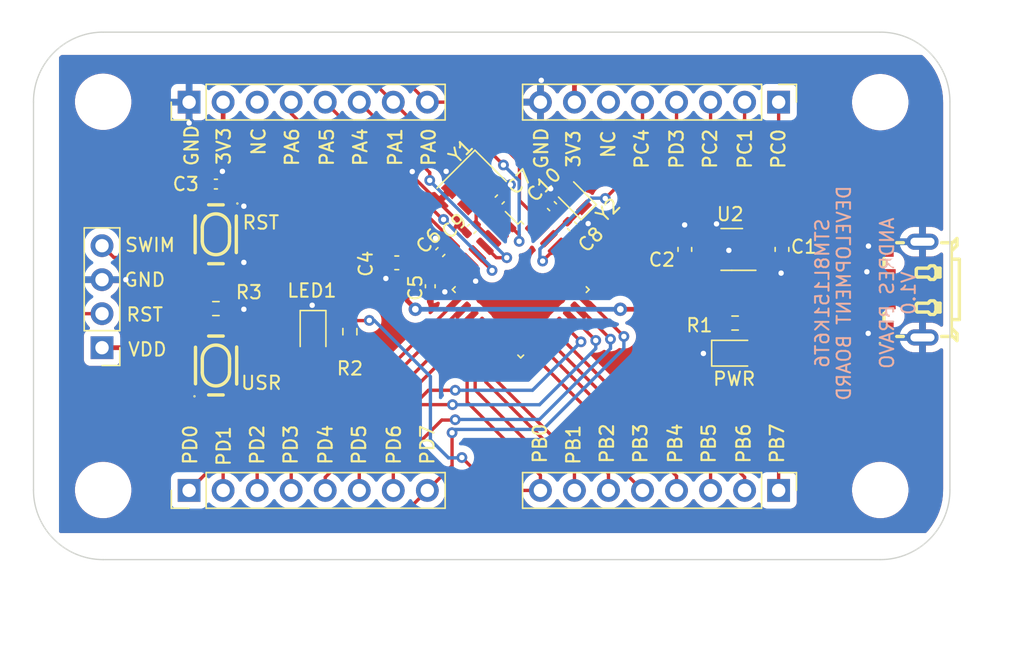
<source format=kicad_pcb>
(kicad_pcb (version 20221018) (generator pcbnew)
  (layers (0 "F.Cu" signal) (31 "B.Cu" signal) (34 "B.Paste" user) (35 "F.Paste" user) (36 "B.SilkS" user "B.Silkscreen") (37 "F.SilkS" user "F.Silkscreen") (38 "B.Mask" user) (39 "F.Mask" user) (44 "Edge.Cuts" user))
  (net 0 "")
  (net 1 "+5V")
  (net 2 "GND")
  (net 3 "+3V3")
  (net 4 "/PA1")
  (net 5 "Net-(D1-Pad2)")
  (net 6 "Net-(D2-Pad2)")
  (net 7 "/PB0")
  (net 8 "/HSE_IN")
  (net 9 "/LSE_IN")
  (net 10 "/PA4")
  (net 11 "/PA5")
  (net 12 "/PA6")
  (net 13 "/PD0")
  (net 14 "/PD1")
  (net 15 "/PD2")
  (net 16 "/PD3")
  (net 17 "/PB1")
  (net 18 "/PB2")
  (net 19 "/PB3")
  (net 20 "/PB4")
  (net 21 "/PB5")
  (net 22 "/PB6")
  (net 23 "/PB7")
  (net 24 "/PD4")
  (net 25 "/PD5")
  (net 26 "/PD6")
  (net 27 "/PD7")
  (net 28 "/PC0")
  (net 29 "/PC1")
  (net 30 "/PC2")
  (net 31 "/PC3")
  (net 32 "/PC4")
  (net 33 "/PA0")
  (net 37 "Net-(R3-Pad1)")
  (net 40 "/HSE_OUT")
  (net 41 "/LSE_OUT")
  (footprint "Capacitor_SMD:C_0402_1005Metric" (layer "F.Cu") (at 132.2 94 -45)
    (fp_text reference "C8")
    (fp_text value "15pF")
  )
  (footprint "Connector_PinHeader_2.54mm:PinHeader_1x08_P2.54mm_Vertical" (layer "F.Cu") (at 147.614986 84.730672 -90)
    (fp_text reference "J3")
    (fp_text value "Conn_01x08")
  )
  (footprint "MountingHole:MountingHole_3.2mm_M3" (layer "F.Cu") (at 97.2 113.7)
    (fp_text reference "H4")
    (fp_text value "MountingHole")
  )
  (footprint "Package_TO_SOT_SMD:SOT-23-5" (layer "F.Cu") (at 144.114986 95.730672 180)
    (fp_text reference "U2")
    (fp_text value "TPMIC5504")
  )
  (footprint "Capacitor_SMD:C_0603_1608Metric" (layer "F.Cu") (at 119.114986 96.730672 180)
    (fp_text reference "C4")
    (fp_text value "1uF")
  )
  (footprint "Crystal:Crystal_SMD_3225-4Pin_3.2x2.5mm" (layer "F.Cu") (at 124.7 90.9 -135)
    (fp_text reference "Y1")
    (fp_text value "8MHz")
  )
  (footprint "Capacitor_SMD:C_0402_1005Metric" (layer "F.Cu") (at 105.614986 90.85)
    (fp_text reference "C3")
    (fp_text value "100nF")
  )
  (footprint "Capacitor_SMD:C_0402_1005Metric" (layer "F.Cu") (at 122.364986 95.930672 45)
    (fp_text reference "C6")
    (fp_text value "100nF")
  )
  (footprint "Resistor_SMD:R_0603_1608Metric" (layer "F.Cu") (at 105.614986 100.15)
    (fp_text reference "R3")
    (fp_text value "100")
  )
  (footprint "Resistor_SMD:R_0603_1608Metric" (layer "F.Cu") (at 115.614986 101.873172 -90)
    (fp_text reference "R2")
    (fp_text value "100")
  )
  (footprint "Connector_USB:MICRO-USB-SMD_MICRO-7.2JB" (layer "F.Cu") (at 156.975058 98.730672 90)
    (fp_text reference "U1" hide)
    (fp_text value "USB_B_Micro")
  )
  (footprint "Capacitor_SMD:C_0402_1005Metric" (layer "F.Cu") (at 126.8 92 45)
    (fp_text reference "C7")
    (fp_text value "15pF")
  )
  (footprint "Connector_PinHeader_2.54mm:PinHeader_1x08_P2.54mm_Vertical" (layer "F.Cu") (at 147.614986 113.730672 -90)
    (fp_text reference "J2")
    (fp_text value "Conn_01x08")
  )
  (footprint "MountingHole:MountingHole_3.2mm_M3" (layer "F.Cu") (at 155.2 84.730672)
    (fp_text reference "H1")
    (fp_text value "MountingHole")
  )
  (footprint "Package_QFP:LQFP-32_7x7mm_P0.8mm" (layer "F.Cu") (at 128.364986 98.730672 -45)
    (fp_text reference "U3")
    (fp_text value "STM8L151K6T6")
  )
  (footprint "Capacitor_SMD:C_0603_1608Metric" (layer "F.Cu") (at 140.614986 95.730672 90)
    (fp_text reference "C2")
    (fp_text value "1uF")
  )
  (footprint "Capacitor_SMD:C_0402_1005Metric" (layer "F.Cu") (at 130.7 92.5 135)
    (fp_text reference "C10")
    (fp_text value "15pF")
  )
  (footprint "Button_Switch_SMD:SW-SMD_4P-L4.2-W3.2-P2.20-LS4.6" (layer "F.Cu") (at 105.614986 104.4 90)
    (fp_text reference "USR")
    (fp_text value "USER")
  )
  (footprint "LED_SMD:LED_0805_2012Metric" (layer "F.Cu") (at 144.302486 103.480672)
    (fp_text reference "PWR")
    (fp_text value "GREEN")
  )
  (footprint "Crystal:Crystal_SMD_2012-2Pin_2.0x1.2mm" (layer "F.Cu") (at 132.6 92.1 135)
    (fp_text reference "Y2")
    (fp_text value "32K768Hz")
  )
  (footprint "Capacitor_SMD:C_0402_1005Metric" (layer "F.Cu") (at 121.614986 98.480672 -90)
    (fp_text reference "C5")
    (fp_text value "100nF")
  )
  (footprint "Capacitor_SMD:C_0603_1608Metric" (layer "F.Cu") (at 147.864986 95.730672 -90)
    (fp_text reference "C1")
    (fp_text value "1uF")
  )
  (footprint "MountingHole:MountingHole_3.2mm_M3" (layer "F.Cu") (at 155.2 113.7)
    (fp_text reference "H3")
    (fp_text value "MountingHole")
  )
  (footprint "MountingHole:MountingHole_3.2mm_M3" (layer "F.Cu") (at 97.2 84.7)
    (fp_text reference "H2")
    (fp_text value "MountingHole")
  )
  (footprint "Resistor_SMD:R_0603_1608Metric" (layer "F.Cu") (at 144.364986 101.230672)
    (fp_text reference "R1")
    (fp_text value "100")
  )
  (footprint "Connector_PinHeader_2.54mm:PinHeader_1x08_P2.54mm_Vertical" (layer "F.Cu") (at 103.614986 84.730672 90)
    (fp_text reference "J1")
    (fp_text value "Conn_01x08")
  )
  (footprint "Connector_PinHeader_2.54mm:PinHeader_1x08_P2.54mm_Vertical" (layer "F.Cu") (at 103.614986 113.730672 90)
    (fp_text reference "J4")
    (fp_text value "Conn_01x08")
  )
  (footprint "Button_Switch_SMD:SW-SMD_4P-L4.2-W3.2-P2.20-LS4.6" (layer "F.Cu") (at 105.614986 94.6 -90)
    (fp_text reference "RST")
    (fp_text value "RESET")
  )
  (footprint "Connector_PinHeader_2.54mm:PinHeader_1x04_P2.54mm_Vertical" (layer "F.Cu") (at 97.114986 103.070672 180)
    (fp_text reference "J5")
    (fp_text value "Conn_01x04")
  )
  (footprint "Capacitor_SMD:C_0402_1005Metric" (layer "F.Cu") (at 124.7 94.2 -135)
    (fp_text reference "C9")
    (fp_text value "15pF")
  )
  (footprint "LED_SMD:LED_0805_2012Metric" (layer "F.Cu") (at 112.864986 101.980672 -90)
    (fp_text reference "LED1")
    (fp_text value "RED")
  )
  (gr_line (start 160.4 84.7) (end 160.4 113.7) (stroke (width 0.1)) (layer "Edge.Cuts"))
  (gr_line (start 92 113.7) (end 92 84.7) (stroke (width 0.1)) (layer "Edge.Cuts"))
  (gr_line (start 155.2 118.9) (end 97.2 118.9) (stroke (width 0.1)) (layer "Edge.Cuts"))
  (gr_arc (start 92 84.7) (mid 93.523045 81.023045) (end 97.2 79.5) (stroke (width 0.1)) (layer "Edge.Cuts"))
  (gr_line (start 97.2 79.5) (end 155.2 79.5) (stroke (width 0.1)) (layer "Edge.Cuts"))
  (gr_arc (start 160.4 113.7) (mid 158.876955 117.376955) (end 155.2 118.9) (stroke (width 0.1)) (layer "Edge.Cuts"))
  (gr_arc (start 97.2 118.9) (mid 93.523045 117.376955) (end 92 113.7) (stroke (width 0.1)) (layer "Edge.Cuts"))
  (gr_arc (start 155.2 79.5) (mid 158.876955 81.023045) (end 160.4 84.7) (stroke (width 0.1)) (layer "Edge.Cuts"))
  (gr_text "STM8L151K6T6\nDEVELOPMENT BOARD\n\nANDRES BRAVO\nV1.0" (at 154.1 99 90) (layer "B.SilkS") (effects (font (size 1 1)) (justify mirror)))
  (gr_text "NC" (at 108.8 88.8 90) (layer "F.SilkS") (effects (font (size 1 1) (thickness 0.16)) (justify left)))
  (gr_text "PD7" (at 121.4 111.9 90) (layer "F.SilkS") (effects (font (size 1 1) (thickness 0.16)) (justify left)))
  (gr_text "PD3" (at 111.2 111.9 90) (layer "F.SilkS") (effects (font (size 1 1) (thickness 0.16)) (justify left)))
  (gr_text "PD5" (at 116.3 111.9 90) (layer "F.SilkS") (effects (font (size 1 1) (thickness 0.16)) (justify left)))
  (gr_text "PD6" (at 118.9 111.9 90) (layer "F.SilkS") (effects (font (size 1 1) (thickness 0.16)) (justify left)))
  (gr_text "VDD" (at 100.5 103.2) (layer "F.SilkS") (effects (font (size 1 1))))
  (gr_text "PC0" (at 147.6 89.8 90) (layer "F.SilkS") (effects (font (size 1 1) (thickness 0.16)) (justify left)))
  (gr_text "PA6" (at 111.3 89.6 90) (layer "F.SilkS") (effects (font (size 1 1) (thickness 0.16)) (justify left)))
  (gr_text "PC4" (at 137.4 89.8 90) (layer "F.SilkS") (effects (font (size 1 1) (thickness 0.16)) (justify left)))
  (gr_text "PB7" (at 147.5 111.8 90) (layer "F.SilkS") (effects (font (size 1 1) (thickness 0.16)) (justify left)))
  (gr_text "RST" (at 100.3 100.6) (layer "F.SilkS") (effects (font (size 1 1))))
  (gr_text "PB1" (at 132.3 111.9 90) (layer "F.SilkS") (effects (font (size 1 1) (thickness 0.16)) (justify left)))
  (gr_text "3V3" (at 132.3 89.7 90) (layer "F.SilkS") (effects (font (size 1 1) (thickness 0.16)) (justify left)))
  (gr_text "GND" (at 100.3 98) (layer "F.SilkS") (effects (font (size 1 1))))
  (gr_text "PA0" (at 121.5 89.6 90) (layer "F.SilkS") (effects (font (size 1 1) (thickness 0.16)) (justify left)))
  (gr_text "PB4" (at 139.9 111.8 90) (layer "F.SilkS") (effects (font (size 1 1) (thickness 0.16)) (justify left)))
  (gr_text "PA5" (at 113.9 89.6 90) (layer "F.SilkS") (effects (font (size 1 1) (thickness 0.16)) (justify left)))
  (gr_text "PD1" (at 106.2 112 90) (layer "F.SilkS") (effects (font (size 1 1) (thickness 0.16)) (justify left)))
  (gr_text "PA1" (at 119 89.6 90) (layer "F.SilkS") (effects (font (size 1 1) (thickness 0.16)) (justify left)))
  (gr_text "PC2" (at 142.5 89.8 90) (layer "F.SilkS") (effects (font (size 1 1) (thickness 0.16)) (justify left)))
  (gr_text "GND" (at 103.8 89.6 90) (layer "F.SilkS") (effects (font (size 1 1) (thickness 0.16)) (justify left)))
  (gr_text "PA4" (at 116.4 89.6 90) (layer "F.SilkS") (effects (font (size 1 1) (thickness 0.16)) (justify left)))
  (gr_text "PB3" (at 137.3 111.8 90) (layer "F.SilkS") (effects (font (size 1 1) (thickness 0.16)) (justify left)))
  (gr_text "GND" (at 129.9 89.8 90) (layer "F.SilkS") (effects (font (size 1 1) (thickness 0.16)) (justify left)))
  (gr_text "PD4" (at 113.8 111.9 90) (layer "F.SilkS") (effects (font (size 1 1) (thickness 0.16)) (justify left)))
  (gr_text "PC1" (at 145.1 89.8 90) (layer "F.SilkS") (effects (font (size 1 1) (thickness 0.16)) (justify left)))
  (gr_text "SWIM" (at 100.7 95.4) (layer "F.SilkS") (effects (font (size 1 1))))
  (gr_text "PD2" (at 108.7 111.9 90) (layer "F.SilkS") (effects (font (size 1 1) (thickness 0.16)) (justify left)))
  (gr_text "PB5\n" (at 142.4 111.8 90) (layer "F.SilkS") (effects (font (size 1 1) (thickness 0.16)) (justify left)))
  (gr_text "PB2" (at 134.8 111.8 90) (layer "F.SilkS") (effects (font (size 1 1) (thickness 0.16)) (justify left)))
  (gr_text "PD0" (at 103.7 111.9 90) (layer "F.SilkS") (effects (font (size 1 1) (thickness 0.16)) (justify left)))
  (gr_text "PB0" (at 129.8 111.8 90) (layer "F.SilkS") (effects (font (size 1 1) (thickness 0.16)) (justify left)))
  (gr_text "3V3" (at 106.2 89.5 90) (layer "F.SilkS") (effects (font (size 1 1) (thickness 0.16)) (justify left)))
  (gr_text "PB6" (at 145 111.8 90) (layer "F.SilkS") (effects (font (size 1 1) (thickness 0.16)) (justify left)))
  (gr_text "PD3" (at 140 89.8 90) (layer "F.SilkS") (effects (font (size 1 1) (thickness 0.16)) (justify left)))
  (gr_text "NC" (at 134.9 89 90) (layer "F.SilkS") (effects (font (size 1 1) (thickness 0.16)) (justify left)))
  (segment (start 148.855672 94.955672) (end 153.900675 100.000675) (width 0.35) (layer "F.Cu") (net 1))
  (segment (start 147.689986 94.780672) (end 147.864986 94.955672) (width 0.35) (layer "F.Cu") (net 1))
  (segment (start 146.019328 96.680672) (end 146.8 95.9) (width 0.35) (layer "F.Cu") (net 1))
  (segment (start 147.864986 94.955672) (end 148.855672 94.955672) (width 0.35) (layer "F.Cu") (net 1))
  (segment (start 145.252486 94.780672) (end 146.719328 94.780672) (width 0.35) (layer "F.Cu") (net 1))
  (segment (start 153.900675 100.000675) (end 155.674956 100.000675) (width 0.35) (layer "F.Cu") (net 1))
  (segment (start 145.252486 96.680672) (end 146.019328 96.680672) (width 0.35) (layer "F.Cu") (net 1))
  (segment (start 146.719328 94.780672) (end 147.689986 94.780672) (width 0.35) (layer "F.Cu") (net 1))
  (segment (start 146.8 94.861344) (end 146.719328 94.780672) (width 0.35) (layer "F.Cu") (net 1))
  (segment (start 146.8 95.9) (end 146.8 94.861344) (width 0.35) (layer "F.Cu") (net 1))
  (segment (start 154.519392 101.980608) (end 154.5 102) (width 0.25) (layer "F.Cu") (net 2))
  (segment (start 130.360589 92.160589) (end 130.360589 91.439411) (width 0.25) (layer "F.Cu") (net 2))
  (segment (start 132.539411 94.339411) (end 132.860589 94.339411) (width 0.25) (layer "F.Cu") (net 2))
  (segment (start 140.614986 93.914986) (end 140.6 93.9) (width 0.25) (layer "F.Cu") (net 2))
  (segment (start 124.360589 94.323865) (end 123.718362 93.681638) (width 0.25) (layer "F.Cu") (net 2))
  (segment (start 122.439328 98.960672) (end 122.5 98.9) (width 0.25) (layer "F.Cu") (net 2))
  (segment (start 97.114986 97.990672) (end 98.890672 97.990672) (width 0.25) (layer "F.Cu") (net 2))
  (segment (start 142.977486 94.780672) (end 142.977486 93.822514) (width 0.25) (layer "F.Cu") (net 2))
  (segment (start 103.614986 84.730672) (end 103.614986 86.285014) (width 0.25) (layer "F.Cu") (net 2))
  (segment (start 130.360589 91.439411) (end 130.6 91.2) (width 0.25) (layer "F.Cu") (net 2))
  (segment (start 154.2 97.4) (end 154.200291 97.399709) (width 0.25) (layer "F.Cu") (net 2))
  (segment (start 127.139411 91.660589) (end 127.139411 91.359089) (width 0.25) (layer "F.Cu") (net 2))
  (segment (start 106.094986 90.85) (end 106.094986 89.905014) (width 0.25) (layer "F.Cu") (net 2))
  (segment (start 122.8 90.555635) (end 122.8 89.9) (width 0.25) (layer "F.Cu") (net 2))
  (segment (start 112.864986 101.043172) (end 112.864986 99.964986) (width 0.25) (layer "F.Cu") (net 2))
  (segment (start 106.439986 100.15) (end 107.55 100.15) (width 0.25) (layer "F.Cu") (net 2))
  (segment (start 121.614986 98.960672) (end 122.439328 98.960672) (width 0.25) (layer "F.Cu") (net 2))
  (segment (start 107.699924 96.700076) (end 107.7 96.7) (width 0.25) (layer "F.Cu") (net 2))
  (segment (start 123.718362 93.681638) (end 123.718362 93.680932) (width 0.25) (layer "F.Cu") (net 2))
  (segment (start 155.600026 95.480736) (end 154.319264 95.480736) (width 0.25) (layer "F.Cu") (net 2))
  (segment (start 106.689916 96.700076) (end 107.699924 96.700076) (width 0.25) (layer "F.Cu") (net 2))
  (segment (start 107.55 100.15) (end 107.6 100.2) (width 0.25) (layer "F.Cu") (net 2))
  (segment (start 123.321142 91.076777) (end 122.8 90.555635) (width 0.25) (layer "F.Cu") (net 2))
  (segment (start 147.864986 96.505672) (end 147.864986 97.435014) (width 0.25) (layer "F.Cu") (net 2))
  (segment (start 133.3 93.9) (end 133.4 93.8) (width 0.25) (layer "F.Cu") (net 2))
  (segment (start 118.339986 96.730672) (end 118.339986 97.860014) (width 0.25) (layer "F.Cu") (net 2))
  (segment (start 143.364986 103.480672) (end 142.019328 103.480672) (width 0.25) (layer "F.Cu") (net 2))
  (segment (start 120.269 90.17) (end 120.269 89.916) (width 0.25) (layer "F.Cu") (net 2))
  (segment (start 155.674956 97.399709) (end 154.200291 97.399709) (width 0.25) (layer "F.Cu") (net 2))
  (segment (start 127.7 90.9) (end 127.5985 90.9) (width 0.25) (layer "F.Cu") (net 2))
  (segment (start 122.5 98.9) (end 122.7 98.9) (width 0.25) (layer "F.Cu") (net 2))
  (segment (start 122.704397 95.89851) (end 123.998602 97.192715) (width 0.25) (layer "F.Cu") (net 2))
  (segment (start 118.339986 97.860014) (end 118.3 97.9) (width 0.25) (layer "F.Cu") (net 2))
  (segment (start 107.699924 92.499924) (end 107.7 92.5) (width 0.25) (layer "F.Cu") (net 2))
  (segment (start 132.860589 94.339411) (end 133.3 93.9) (width 0.25) (layer "F.Cu") (net 2))
  (segment (start 123.718362 93.680932) (end 120.269 90.23157) (width 0.25) (layer "F.Cu") (net 2))
  (segment (start 107.6 100.2) (end 107.7 100.2) (width 0.25) (layer "F.Cu") (net 2))
  (segment (start 124.360589 94.539411) (end 124.360589 94.323865) (width 0.25) (layer "F.Cu") (net 2))
  (segment (start 140.614986 94.955672) (end 140.614986 93.914986) (width 0.25) (layer "F.Cu") (net 2))
  (segment (start 106.094986 89.905014) (end 106.1 89.9) (width 0.25) (layer "F.Cu") (net 2))
  (segment (start 127.523223 90.723223) (end 127.7 90.9) (width 0.25) (layer "F.Cu") (net 2))
  (segment (start 124.092715 97.192715) (end 125 98.1) (width 0.25) (layer "F.Cu") (net 2))
  (segment (start 112.864986 99.964986) (end 112.8 99.9) (width 0.25) (layer "F.Cu") (net 2))
  (segment (start 129.834986 84.730672) (end 129.834986 83.165014) (width 0.25) (layer "F.Cu") (net 2))
  (segment (start 103.6 86.3) (end 103.614986 86.285014) (width 0.25) (layer "F.Cu") (net 2))
  (segment (start 122.691261 95.591261) (end 122 94.9) (width 0.25) (layer "F.Cu") (net 2))
  (segment (start 154.3 95.5) (end 154.319264 95.480736) (width 0.25) (layer "F.Cu") (net 2))
  (segment (start 122.704397 95.591261) (end 122.691261 95.591261) (width 0.25) (layer "F.Cu") (net 2))
  (segment (start 98.9 98) (end 98.890672 97.990672) (width 0.25) (layer "F.Cu") (net 2))
  (segment (start 155.600026 101.980608) (end 154.519392 101.980608) (width 0.25) (layer "F.Cu") (net 2))
  (segment (start 147.864986 97.435014) (end 147.8 97.5) (width 0.25) (layer "F.Cu") (net 2))
  (segment (start 122.704397 95.591261) (end 122.704397 95.89851) (width 0.25) (layer "F.Cu") (net 2))
  (segment (start 106.689916 92.499924) (end 107.699924 92.499924) (width 0.25) (layer "F.Cu") (net 2))
  (segment (start 143 93.8) (end 142.977486 93.822514) (width 0.25) (layer "F.Cu") (net 2))
  (segment (start 129.834986 83.165014) (end 129.9 83.1) (width 0.25) (layer "F.Cu") (net 2))
  (segment (start 145.252486 95.730672) (end 143.969328 95.730672) (width 0.25) (layer "F.Cu") (net 2))
  (segment (start 143.969328 95.730672) (end 143.9 95.8) (width 0.25) (layer "F.Cu") (net 2))
  (segment (start 142.019328 103.480672) (end 142 103.5) (width 0.25) (layer "F.Cu") (net 2))
  (segment (start 127.139411 91.359089) (end 127.5985 90.9) (width 0.25) (layer "F.Cu") (net 2))
  (segment (start 120.269 90.23157) (end 120.269 90.17) (width 0.25) (layer "F.Cu") (net 2))
  (segment (start 154.5 102) (end 154.3 102) (width 0.25) (layer "F.Cu") (net 2))
  (segment (start 123.998602 97.192715) (end 124.092715 97.192715) (width 0.25) (layer "F.Cu") (net 2))
  (segment (start 126.078858 90.723223) (end 127.523223 90.723223) (width 0.25) (layer "F.Cu") (net 2))
  (via (at 143.9 95.8) (size 0.8) (drill 0.4) (layers "F.Cu" "B.Cu") (net 2))
  (via (at 140.6 93.9) (size 0.8) (drill 0.4) (layers "F.Cu" "B.Cu") (net 2))
  (via (at 154.319264 95.480736) (size 0.8) (drill 0.4) (layers "F.Cu" "B.Cu") (net 2))
  (via (at 154.3 102) (size 0.8) (drill 0.4) (layers "F.Cu" "B.Cu") (net 2))
  (via (at 122.8 89.9) (size 0.8) (drill 0.4) (layers "F.Cu" "B.Cu") (net 2))
  (via (at 118.3 97.9) (size 0.8) (drill 0.4) (layers "F.Cu" "B.Cu") (net 2))
  (via (at 107.7 92.5) (size 0.8) (drill 0.4) (layers "F.Cu" "B.Cu") (net 2))
  (via (at 154.200291 97.399709) (size 0.8) (drill 0.4) (layers "F.Cu" "B.Cu") (net 2))
  (via (at 125 98.1) (size 0.8) (drill 0.4) (layers "F.Cu" "B.Cu") (net 2))
  (via (at 133.4 93.8) (size 0.8) (drill 0.4) (layers "F.Cu" "B.Cu") (net 2))
  (via (at 142 103.5) (size 0.8) (drill 0.4) (layers "F.Cu" "B.Cu") (net 2))
  (via (at 142.977486 93.822514) (size 0.8) (drill 0.4) (layers "F.Cu" "B.Cu") (net 2))
  (via (at 122.7 98.9) (size 0.8) (drill 0.4) (layers "F.Cu" "B.Cu") (net 2))
  (via (at 127.5985 90.9) (size 0.8) (drill 0.4) (layers "F.Cu" "B.Cu") (net 2))
  (via (at 107.7 100.2) (size 0.8) (drill 0.4) (layers "F.Cu" "B.Cu") (net 2))
  (via (at 112.8 99.9) (size 0.8) (drill 0.4) (layers "F.Cu" "B.Cu") (net 2))
  (via (at 107.7 96.7) (size 0.8) (drill 0.4) (layers "F.Cu" "B.Cu") (net 2))
  (via (at 120.269 89.916) (size 0.8) (drill 0.4) (layers "F.Cu" "B.Cu") (net 2))
  (via (at 122 94.9) (size 0.8) (drill 0.4) (layers "F.Cu" "B.Cu") (net 2))
  (via (at 147.8 97.5) (size 0.8) (drill 0.4) (layers "F.Cu" "B.Cu") (net 2))
  (via (at 130.6 91.2) (size 0.8) (drill 0.4) (layers "F.Cu" "B.Cu") (net 2))
  (via (at 98.890672 97.990672) (size 0.8) (drill 0.4) (layers "F.Cu" "B.Cu") (net 2))
  (via (at 129.9 83.1) (size 0.8) (drill 0.4) (layers "F.Cu" "B.Cu") (net 2))
  (via (at 103.614986 86.285014) (size 0.8) (drill 0.4) (layers "F.Cu" "B.Cu") (net 2))
  (via (at 106.1 89.9) (size 0.8) (drill 0.4) (layers "F.Cu" "B.Cu") (net 2))
  (segment (start 116.329657 95.270343) (end 118.429657 95.270343) (width 0.35) (layer "F.Cu") (net 3))
  (segment (start 139.305672 96.505672) (end 138.6 95.8) (width 0.35) (layer "F.Cu") (net 3))
  (segment (start 119.889986 96.730672) (end 121.564986 96.730672) (width 0.35) (layer "F.Cu") (net 3))
  (segment (start 133.5 82.3) (end 132.374986 83.425014) (width 0.35) (layer "F.Cu") (net 3))
  (segment (start 138.6 94.2) (end 144.8 88) (width 0.35) (layer "F.Cu") (net 3))
  (segment (start 140.809314 96.7) (end 142.958158 96.7) (width 0.35) (layer "F.Cu") (net 3))
  (segment (start 120.344986 96.730672) (end 121.614986 98.000672) (width 0.35) (layer "F.Cu") (net 3))
  (segment (start 150.3 86.3) (end 150.3 83) (width 0.35) (layer "F.Cu") (net 3))
  (segment (start 138.6 95.8) (end 138.6 94.2) (width 0.35) (layer "F.Cu") (net 3))
  (segment (start 121.584986 98.030672) (end 121.614986 98.000672) (width 0.25) (layer "F.Cu") (net 3))
  (segment (start 149.6 82.3) (end 133.5 82.3) (width 0.35) (layer "F.Cu") (net 3))
  (segment (start 140.614986 98.305672) (end 143.539986 101.230672) (width 0.35) (layer "F.Cu") (net 3))
  (segment (start 106.154986 86.154986) (end 106.154986 84.730672) (width 0.35) (layer "F.Cu") (net 3))
  (segment (start 106.9 86.9) (end 106.154986 86.154986) (width 0.35) (layer "F.Cu") (net 3))
  (segment (start 150.3 83) (end 149.6 82.3) (width 0.35) (layer "F.Cu") (net 3))
  (segment (start 104.1 98.2) (end 113.4 98.2) (width 0.35) (layer "F.Cu") (net 3))
  (segment (start 119.889986 96.730672) (end 118.429657 95.270343) (width 0.35) (layer "F.Cu") (net 3))
  (segment (start 132.374986 83.425014) (end 132.374986 84.730672) (width 0.35) (layer "F.Cu") (net 3))
  (segment (start 120.464986 100.164986) (end 120.5 100.2) (width 0.35) (layer "F.Cu") (net 3))
  (segment (start 121.564986 96.730672) (end 122.025575 96.270083) (width 0.35) (layer "F.Cu") (net 3))
  (segment (start 122.025575 96.270083) (end 122.025575 96.351059) (width 0.35) (layer "F.Cu") (net 3))
  (segment (start 140.614986 96.985014) (end 140.614986 96.505672) (width 0.35) (layer "F.Cu") (net 3))
  (segment (start 140.614986 96.505672) (end 140.614986 98.305672) (width 0.35) (layer "F.Cu") (net 3))
  (segment (start 148.6 88) (end 150.3 86.3) (width 0.35) (layer "F.Cu") (net 3))
  (segment (start 140.614986 96.505672) (end 139.305672 96.505672) (width 0.35) (layer "F.Cu") (net 3))
  (segment (start 140.614986 96.505672) (end 140.809314 96.7) (width 0.35) (layer "F.Cu") (net 3))
  (segment (start 97.114986 103.070672) (end 99.229328 103.070672) (width 0.35) (layer "F.Cu") (net 3))
  (segment (start 137.4 100.2) (end 140.614986 96.985014) (width 0.35) (layer "F.Cu") (net 3))
  (segment (start 99.229328 103.070672) (end 104.1 98.2) (width 0.35) (layer "F.Cu") (net 3))
  (segment (start 137.4 100.2) (end 135.8 100.2) (width 0.35) (layer "F.Cu") (net 3))
  (segment (start 110.059314 86.9) (end 106.9 86.9) (width 0.35) (layer "F.Cu") (net 3))
  (segment (start 119.889986 99.555672) (end 120.464986 100.130672) (width 0.35) (layer "F.Cu") (net 3))
  (segment (start 142.958158 96.7) (end 142.977486 96.680672) (width 0.35) (layer "F.Cu") (net 3))
  (segment (start 113.4 98.2) (end 116.329657 95.270343) (width 0.35) (layer "F.Cu") (net 3))
  (segment (start 120.464986 100.130672) (end 120.464986 100.164986) (width 0.35) (layer "F.Cu") (net 3))
  (segment (start 119.889986 96.730672) (end 120.344986 96.730672) (width 0.35) (layer "F.Cu") (net 3))
  (segment (start 122.025575 96.351059) (end 123.432916 97.7584) (width 0.35) (layer "F.Cu") (net 3))
  (segment (start 119.889986 96.730672) (end 119.889986 99.555672) (width 0.35) (layer "F.Cu") (net 3))
  (segment (start 118.429657 95.270343) (end 110.059314 86.9) (width 0.35) (layer "F.Cu") (net 3))
  (segment (start 144.8 88) (end 148.6 88) (width 0.35) (layer "F.Cu") (net 3))
  (via (at 135.8 100.2) (size 1) (drill 0.5) (layers "F.Cu" "B.Cu") (net 3))
  (via (at 120.5 100.2) (size 1) (drill 0.5) (layers "F.Cu" "B.Cu") (net 3))
  (segment (start 120.5 100.2) (end 135.8 100.2) (width 0.35) (layer "B.Cu") (net 3))
  (segment (start 127.075 89.425) (end 125.05 87.4) (width 0.25) (layer "F.Cu") (net 4))
  (segment (start 97.995062 96.330748) (end 104.540056 96.330748) (width 0.25) (layer "F.Cu") (net 4))
  (segment (start 127.392714 93.798602) (end 127.398602 93.798602) (width 0.25) (layer "F.Cu") (net 4))
  (segment (start 125.05 87.4) (end 121.524314 87.4) (width 0.25) (layer "F.Cu") (net 4))
  (segment (start 117 82.875686) (end 118.854986 84.730672) (width 0.25) (layer "F.Cu") (net 4))
  (segment (start 101.775 86.125) (end 101.775 83.35) (width 0.25) (layer "F.Cu") (net 4))
  (segment (start 101.775 83.35) (end 102.275 82.85) (width 0.25) (layer "F.Cu") (net 4))
  (segment (start 102.275 82.85) (end 117 82.85) (width 0.25) (layer "F.Cu") (net 4))
  (segment (start 128.25 94.65) (end 128.25 95.125) (width 0.25) (layer "F.Cu") (net 4))
  (segment (start 105.134986 89.484986) (end 101.775 86.125) (width 0.25) (layer "F.Cu") (net 4))
  (segment (start 127.398602 93.798602) (end 128.25 94.65) (width 0.25) (layer "F.Cu") (net 4))
  (segment (start 104.540056 96.700076) (end 104.540056 92.499924) (width 0.25) (layer "F.Cu") (net 4))
  (segment (start 97.114986 95.450672) (end 97.995062 96.330748) (width 0.25) (layer "F.Cu") (net 4))
  (segment (start 117 82.85) (end 117 82.875686) (width 0.25) (layer "F.Cu") (net 4))
  (segment (start 105.134986 90.85) (end 105.134986 89.484986) (width 0.25) (layer "F.Cu") (net 4))
  (segment (start 105.134986 90.85) (end 105.134986 91.904994) (width 0.25) (layer "F.Cu") (net 4))
  (segment (start 105.134986 91.904994) (end 104.540056 92.499924) (width 0.25) (layer "F.Cu") (net 4))
  (segment (start 121.524314 87.4) (end 118.854986 84.730672) (width 0.25) (layer "F.Cu") (net 4))
  (via (at 128.25 95.125) (size 0.8) (drill 0.4) (layers "F.Cu" "B.Cu") (net 4))
  (via (at 127.075 89.425) (size 0.8) (drill 0.4) (layers "F.Cu" "B.Cu") (net 4))
  (segment (start 128.25 95.125) (end 128.25 90.6) (width 0.25) (layer "B.Cu") (net 4))
  (segment (start 128.25 90.6) (end 127.075 89.425) (width 0.25) (layer "B.Cu") (net 4))
  (segment (start 145.189986 101.230672) (end 145.189986 103.430672) (width 0.25) (layer "F.Cu") (net 5))
  (segment (start 145.189986 103.430672) (end 145.239986 103.480672) (width 0.25) (layer "F.Cu") (net 5))
  (segment (start 112.864986 102.918172) (end 115.394986 102.918172) (width 0.25) (layer "F.Cu") (net 6))
  (segment (start 115.394986 102.918172) (end 115.614986 102.698172) (width 0.25) (layer "F.Cu") (net 6))
  (segment (start 125.695658 101.965686) (end 125.695658 102.1) (width 0.25) (layer "F.Cu") (net 7))
  (segment (start 125.695658 102) (end 124.364986 103.330672) (width 0.25) (layer "F.Cu") (net 7))
  (segment (start 117.047486 101.048172) (end 117.064986 101.030672) (width 0.25) (layer "F.Cu") (net 7))
  (segment (start 126.430672 113.730672) (end 129.834986 113.730672) (width 0.25) (layer "F.Cu") (net 7))
  (segment (start 115.614986 101.048172) (end 117.047486 101.048172) (width 0.25) (layer "F.Cu") (net 7))
  (segment (start 125.695658 101.965686) (end 125.629972 101.965686) (width 0.25) (layer "F.Cu") (net 7))
  (segment (start 123.975 111.275) (end 126.430672 113.730672) (width 0.25) (layer "F.Cu") (net 7))
  (segment (start 125.695658 101.965686) (end 125.695658 102) (width 0.25) (layer "F.Cu") (net 7))
  (segment (start 124.364986 103.330672) (end 124.364986 107.130672) (width 0.25) (layer "F.Cu") (net 7))
  (segment (start 124.364986 107.130672) (end 129.834986 112.600672) (width 0.25) (layer "F.Cu") (net 7))
  (segment (start 129.834986 112.600672) (end 129.834986 113.730672) (width 0.25) (layer "F.Cu") (net 7))
  (via (at 123.975 111.275) (size 0.8) (drill 0.4) (layers "F.Cu" "B.Cu") (net 7))
  (via (at 117.064986 101.030672) (size 0.8) (drill 0.4) (layers "F.Cu" "B.Cu") (net 7))
  (segment (start 117.430672 101.030672) (end 120.6 104.2) (width 0.25) (layer "B.Cu") (net 7))
  (segment (start 123.725 111.3) (end 123.95 111.3) (width 0.25) (layer "B.Cu") (net 7))
  (segment (start 120.6 104.2) (end 121.625 105.225) (width 0.25) (layer "B.Cu") (net 7))
  (segment (start 122.975 111.3) (end 123.725 111.3) (width 0.25) (layer "B.Cu") (net 7))
  (segment (start 121.625 109.95) (end 122.975 111.3) (width 0.25) (layer "B.Cu") (net 7))
  (segment (start 121.625 105.225) (end 121.625 109.95) (width 0.25) (layer "B.Cu") (net 7))
  (segment (start 123.95 111.3) (end 123.975 111.275) (width 0.25) (layer "B.Cu") (net 7))
  (segment (start 117.064986 101.030672) (end 117.430672 101.030672) (width 0.25) (layer "B.Cu") (net 7))
  (segment (start 126.764288 94.364288) (end 126.1 93.7) (width 0.25) (layer "F.Cu") (net 8))
  (segment (start 124.8 89.597919) (end 124.876777 89.521142) (width 0.25) (layer "F.Cu") (net 8))
  (segment (start 126.1 93.7) (end 126.1 92.7) (width 0.25) (layer "F.Cu") (net 8))
  (segment (start 126.239411 92.339411) (end 124.8 90.9) (width 0.25) (layer "F.Cu") (net 8))
  (segment (start 124.8 90.9) (end 124.8 89.597919) (width 0.25) (layer "F.Cu") (net 8))
  (segment (start 126.827029 94.364288) (end 126.764288 94.364288) (width 0.25) (layer "F.Cu") (net 8))
  (segment (start 126.460589 92.339411) (end 126.239411 92.339411) (width 0.25) (layer "F.Cu") (net 8))
  (segment (start 126.1 92.7) (end 126.460589 92.339411) (width 0.25) (layer "F.Cu") (net 8))
  (segment (start 131.739411 93.660589) (end 131.860589 93.660589) (width 0.25) (layer "F.Cu") (net 9))
  (segment (start 130.468629 94.929973) (end 130.470027 94.929973) (width 0.25) (layer "F.Cu") (net 9))
  (segment (start 131.860589 93.660589) (end 132.029361 93.660589) (width 0.25) (layer "F.Cu") (net 9))
  (segment (start 132.029361 93.660589) (end 133.094975 92.594975) (width 0.25) (layer "F.Cu") (net 9))
  (segment (start 130.470027 94.929973) (end 131.739411 93.660589) (width 0.25) (layer "F.Cu") (net 9))
  (segment (start 121.575 90.575) (end 121.575 89.990686) (width 0.25) (layer "F.Cu") (net 10))
  (segment (start 125.695658 95.495658) (end 126.55 96.35) (width 0.25) (layer "F.Cu") (net 10))
  (segment (start 121.575 89.990686) (end 116.314986 84.730672) (width 0.25) (layer "F.Cu") (net 10))
  (segment (start 126.55 96.35) (end 127.325 96.35) (width 0.25) (layer "F.Cu") (net 10))
  (via (at 121.575 90.575) (size 0.8) (drill 0.4) (layers "F.Cu" "B.Cu") (net 10))
  (via (at 127.325 96.35) (size 0.8) (drill 0.4) (layers "F.Cu" "B.Cu") (net 10))
  (segment (start 121.75 90.775) (end 121.75 90.75) (width 0.25) (layer "B.Cu") (net 10))
  (segment (start 127.325 96.35) (end 121.75 90.775) (width 0.25) (layer "B.Cu") (net 10))
  (segment (start 121.75 90.75) (end 121.575 90.575) (width 0.25) (layer "B.Cu") (net 10))
  (segment (start 125.129972 96.061344) (end 125.129972 96.204972) (width 0.25) (layer "F.Cu") (net 11))
  (segment (start 125.129972 96.204972) (end 126.225 97.3) (width 0.25) (layer "F.Cu") (net 11))
  (segment (start 122.544314 93.5) (end 113.774986 84.730672) (width 0.25) (layer "F.Cu") (net 11))
  (segment (start 122.544314 93.5) (end 122.6 93.5) (width 0.25) (layer "F.Cu") (net 11))
  (segment (start 122.6 93.5) (end 122.607681 93.492319) (width 0.25) (layer "F.Cu") (net 11))
  (via (at 122.607681 93.492319) (size 0.8) (drill 0.4) (layers "F.Cu" "B.Cu") (net 11))
  (via (at 126.225 97.3) (size 0.8) (drill 0.4) (layers "F.Cu" "B.Cu") (net 11))
  (segment (start 122.607681 93.492319) (end 126.225 97.109638) (width 0.25) (layer "B.Cu") (net 11))
  (segment (start 126.225 97.109638) (end 126.225 97.3) (width 0.25) (layer "B.Cu") (net 11))
  (segment (start 123.698 95.758) (end 123.698 95.504) (width 0.25) (layer "F.Cu") (net 12))
  (segment (start 123.698 95.504) (end 116.586 88.392) (width 0.25) (layer "F.Cu") (net 12))
  (segment (start 124.564287 96.627029) (end 124.564287 96.624287) (width 0.25) (layer "F.Cu") (net 12))
  (segment (start 114.046 88.392) (end 111.234986 85.580986) (width 0.25) (layer "F.Cu") (net 12))
  (segment (start 116.586 88.392) (end 114.046 88.392) (width 0.25) (layer "F.Cu") (net 12))
  (segment (start 124.564287 96.624287) (end 123.698 95.758) (width 0.25) (layer "F.Cu") (net 12))
  (segment (start 111.234986 85.580986) (end 111.234986 84.730672) (width 0.25) (layer "F.Cu") (net 12))
  (segment (start 103.614986 113.730672) (end 113.114986 104.230672) (width 0.25) (layer "F.Cu") (net 13))
  (segment (start 113.114986 104.230672) (end 118.905188 104.230672) (width 0.25) (layer "F.Cu") (net 13))
  (segment (start 118.905188 104.230672) (end 123.432916 99.702944) (width 0.25) (layer "F.Cu") (net 13))
  (segment (start 119.264986 104.830672) (end 113.464986 104.830672) (width 0.25) (layer "F.Cu") (net 14))
  (segment (start 113.464986 104.830672) (end 106.154986 112.140672) (width 0.25) (layer "F.Cu") (net 14))
  (segment (start 123.998602 100.268629) (end 123.827029 100.268629) (width 0.25) (layer "F.Cu") (net 14))
  (segment (start 106.154986 112.140672) (end 106.154986 113.730672) (width 0.25) (layer "F.Cu") (net 14))
  (segment (start 123.827029 100.268629) (end 119.264986 104.830672) (width 0.25) (layer "F.Cu") (net 14))
  (segment (start 119.86793 105.530672) (end 124.564287 100.834315) (width 0.25) (layer "F.Cu") (net 15))
  (segment (start 108.694986 113.730672) (end 108.694986 110.800672) (width 0.25) (layer "F.Cu") (net 15))
  (segment (start 108.694986 110.800672) (end 113.964986 105.530672) (width 0.25) (layer "F.Cu") (net 15))
  (segment (start 113.964986 105.530672) (end 119.86793 105.530672) (width 0.25) (layer "F.Cu") (net 15))
  (segment (start 111.234986 113.730672) (end 111.234986 109.260672) (width 0.25) (layer "F.Cu") (net 16))
  (segment (start 120.3993 106.130672) (end 125.129972 101.4) (width 0.25) (layer "F.Cu") (net 16))
  (segment (start 114.364986 106.130672) (end 120.3993 106.130672) (width 0.25) (layer "F.Cu") (net 16))
  (segment (start 111.234986 109.260672) (end 114.364986 106.130672) (width 0.25) (layer "F.Cu") (net 16))
  (segment (start 124.964986 106.230672) (end 129.664986 110.930672) (width 0.25) (layer "F.Cu") (net 17))
  (segment (start 129.664986 110.930672) (end 130.964986 110.930672) (width 0.25) (layer "F.Cu") (net 17))
  (segment (start 126.261343 102.531371) (end 126.261343 102.634315) (width 0.25) (layer "F.Cu") (net 17))
  (segment (start 130.964986 110.930672) (end 132.374986 112.340672) (width 0.25) (layer "F.Cu") (net 17))
  (segment (start 132.374986 112.340672) (end 132.374986 113.730672) (width 0.25) (layer "F.Cu") (net 17))
  (segment (start 124.964986 103.930672) (end 124.964986 106.230672) (width 0.25) (layer "F.Cu") (net 17))
  (segment (start 126.261343 102.634315) (end 124.964986 103.930672) (width 0.25) (layer "F.Cu") (net 17))
  (segment (start 125.764986 104.230672) (end 125.764986 105.630672) (width 0.25) (layer "F.Cu") (net 18))
  (segment (start 132.664986 110.230672) (end 134.914986 112.480672) (width 0.25) (layer "F.Cu") (net 18))
  (segment (start 125.764986 105.630672) (end 130.364986 110.230672) (width 0.25) (layer "F.Cu") (net 18))
  (segment (start 126.827029 103.097056) (end 126.827029 103.168629) (width 0.25) (layer "F.Cu") (net 18))
  (segment (start 134.914986 112.480672) (end 134.914986 113.730672) (width 0.25) (layer "F.Cu") (net 18))
  (segment (start 126.827029 103.168629) (end 125.764986 104.230672) (width 0.25) (layer "F.Cu") (net 18))
  (segment (start 130.364986 110.230672) (end 132.664986 110.230672) (width 0.25) (layer "F.Cu") (net 18))
  (segment (start 133.354986 109.630672) (end 137.454986 113.730672) (width 0.25) (layer "F.Cu") (net 19))
  (segment (start 126.364986 104.630672) (end 126.364986 105.330672) (width 0.25) (layer "F.Cu") (net 19))
  (segment (start 126.364986 105.330672) (end 130.664986 109.630672) (width 0.25) (layer "F.Cu") (net 19))
  (segment (start 130.664986 109.630672) (end 133.354986 109.630672) (width 0.25) (layer "F.Cu") (net 19))
  (segment (start 127.332916 103.662742) (end 126.364986 104.630672) (width 0.25) (layer "F.Cu") (net 19))
  (segment (start 127.392714 103.662742) (end 127.332916 103.662742) (width 0.25) (layer "F.Cu") (net 19))
  (segment (start 129.337258 103.662742) (end 136.605188 110.930672) (width 0.25) (layer "F.Cu") (net 20))
  (segment (start 138.264986 110.930672) (end 139.994986 112.660672) (width 0.25) (layer "F.Cu") (net 20))
  (segment (start 139.994986 112.660672) (end 139.994986 113.730672) (width 0.25) (layer "F.Cu") (net 20))
  (segment (start 136.605188 110.930672) (end 138.264986 110.930672) (width 0.25) (layer "F.Cu") (net 20))
  (segment (start 140.364986 110.130672) (end 142.564986 112.330672) (width 0.25) (layer "F.Cu") (net 21))
  (segment (start 142.564986 112.330672) (end 142.534986 112.360672) (width 0.25) (layer "F.Cu") (net 21))
  (segment (start 129.902943 103.097056) (end 130.03137 103.097056) (width 0.25) (layer "F.Cu") (net 21))
  (segment (start 137.064986 110.130672) (end 140.364986 110.130672) (width 0.25) (layer "F.Cu") (net 21))
  (segment (start 130.03137 103.097056) (end 137.064986 110.130672) (width 0.25) (layer "F.Cu") (net 21))
  (segment (start 142.534986 112.360672) (end 142.534986 113.730672) (width 0.25) (layer "F.Cu") (net 21))
  (segment (start 130.468629 102.531371) (end 130.468629 102.534315) (width 0.25) (layer "F.Cu") (net 22))
  (segment (start 137.164986 109.230672) (end 141.564986 109.230672) (width 0.25) (layer "F.Cu") (net 22))
  (segment (start 130.468629 102.534315) (end 137.164986 109.230672) (width 0.25) (layer "F.Cu") (net 22))
  (segment (start 145.074986 112.740672) (end 145.074986 113.730672) (width 0.25) (layer "F.Cu") (net 22))
  (segment (start 141.564986 109.230672) (end 145.074986 112.740672) (width 0.25) (layer "F.Cu") (net 22))
  (segment (start 131.034314 101.965686) (end 131.034314 102) (width 0.25) (layer "F.Cu") (net 23))
  (segment (start 147.614986 112.280672) (end 147.614986 113.730672) (width 0.25) (layer "F.Cu") (net 23))
  (segment (start 143.664986 108.330672) (end 147.614986 112.280672) (width 0.25) (layer "F.Cu") (net 23))
  (segment (start 137.364986 108.330672) (end 143.664986 108.330672) (width 0.25) (layer "F.Cu") (net 23))
  (segment (start 131.034314 102) (end 137.364986 108.330672) (width 0.25) (layer "F.Cu") (net 23))
  (segment (start 123.475 106.25) (end 121.475 106.25) (width 0.25) (layer "F.Cu") (net 24))
  (segment (start 120.925 106.8) (end 119.725 106.8) (width 0.25) (layer "F.Cu") (net 24))
  (segment (start 113.774986 112.750014) (end 113.774986 113.730672) (width 0.25) (layer "F.Cu") (net 24))
  (segment (start 131.634314 101.4) (end 132.864986 102.630672) (width 0.25) (layer "F.Cu") (net 24))
  (segment (start 119.725 106.8) (end 113.774986 112.750014) (width 0.25) (layer "F.Cu") (net 24))
  (segment (start 131.6 101.4) (end 131.634314 101.4) (width 0.25) (layer "F.Cu") (net 24))
  (segment (start 121.475 106.25) (end 120.925 106.8) (width 0.25) (layer "F.Cu") (net 24))
  (via (at 123.475 106.25) (size 0.8) (drill 0.4) (layers "F.Cu" "B.Cu") (net 24))
  (via (at 132.864986 102.630672) (size 0.8) (drill 0.4) (layers "F.Cu" "B.Cu") (net 24))
  (segment (start 129.245658 106.25) (end 123.475 106.25) (width 0.25) (layer "B.Cu") (net 24))
  (segment (start 132.864986 102.630672) (end 129.245658 106.25) (width 0.25) (layer "B.Cu") (net 24))
  (segment (start 132.268629 100.834315) (end 133.964986 102.530672) (width 0.25) (layer "F.Cu") (net 25))
  (segment (start 132.165685 100.834315) (end 132.268629 100.834315) (width 0.25) (layer "F.Cu") (net 25))
  (segment (start 116.314986 111.410014) (end 116.314986 113.730672) (width 0.25) (layer "F.Cu") (net 25))
  (segment (start 120.4 107.325) (end 116.314986 111.410014) (width 0.25) (layer "F.Cu") (net 25))
  (segment (start 123.275 107.325) (end 120.4 107.325) (width 0.25) (layer "F.Cu") (net 25))
  (via (at 123.275 107.325) (size 0.8) (drill 0.4) (layers "F.Cu" "B.Cu") (net 25))
  (via (at 133.964986 102.530672) (size 0.8) (drill 0.4) (layers "F.Cu" "B.Cu") (net 25))
  (segment (start 123.280672 107.330672) (end 123.275 107.325) (width 0.25) (layer "B.Cu") (net 25))
  (segment (start 133.964986 103.130672) (end 129.764986 107.330672) (width 0.25) (layer "B.Cu") (net 25))
  (segment (start 129.764986 107.330672) (end 123.280672 107.330672) (width 0.25) (layer "B.Cu") (net 25))
  (segment (start 133.964986 102.530672) (end 133.964986 103.130672) (width 0.25) (layer "B.Cu") (net 25))
  (segment (start 122.475 108.475) (end 118.854986 112.095014) (width 0.25) (layer "F.Cu") (net 26))
  (segment (start 123.475 108.45) (end 123.45 108.475) (width 0.25) (layer "F.Cu") (net 26))
  (segment (start 132.73137 100.268629) (end 132.902943 100.268629) (width 0.25) (layer "F.Cu") (net 26))
  (segment (start 132.902943 100.268629) (end 135.064986 102.430672) (width 0.25) (layer "F.Cu") (net 26))
  (segment (start 123.45 108.475) (end 122.475 108.475) (width 0.25) (layer "F.Cu") (net 26))
  (segment (start 118.854986 112.095014) (end 118.854986 113.730672) (width 0.25) (layer "F.Cu") (net 26))
  (via (at 135.064986 102.430672) (size 0.8) (drill 0.4) (layers "F.Cu" "B.Cu") (net 26))
  (via (at 123.475 108.45) (size 0.8) (drill 0.4) (layers "F.Cu" "B.Cu") (net 26))
  (segment (start 129.764986 108.430672) (end 123.494328 108.430672) (width 0.25) (layer "B.Cu") (net 26))
  (segment (start 135.064986 103.130672) (end 129.764986 108.430672) (width 0.25) (layer "B.Cu") (net 26))
  (segment (start 135.064986 102.430672) (end 135.064986 103.130672) (width 0.25) (layer "B.Cu") (net 26))
  (segment (start 123.494328 108.430672) (end 123.475 108.45) (width 0.25) (layer "B.Cu") (net 26))
  (segment (start 101.564986 115.530672) (end 101.964986 115.930672) (width 0.25) (layer "F.Cu") (net 27))
  (segment (start 106.689916 108.605742) (end 105.864986 109.430672) (width 0.25) (layer "F.Cu") (net 27))
  (segment (start 101.964986 115.930672) (end 119.194986 115.930672) (width 0.25) (layer "F.Cu") (net 27))
  (segment (start 133.537258 99.702944) (end 136.064986 102.230672) (width 0.25) (layer "F.Cu") (net 27))
  (segment (start 119.194986 115.930672) (end 121.394986 113.730672) (width 0.25) (layer "F.Cu") (net 27))
  (segment (start 106.689916 102.299924) (end 106.689916 106.500076) (width 0.25) (layer "F.Cu") (net 27))
  (segment (start 133.297056 99.702944) (end 133.537258 99.702944) (width 0.25) (layer "F.Cu") (net 27))
  (segment (start 102.064986 109.430672) (end 101.564986 109.930672) (width 0.25) (layer "F.Cu") (net 27))
  (segment (start 106.689916 106.500076) (end 106.689916 108.605742) (width 0.25) (layer "F.Cu") (net 27))
  (segment (start 101.564986 109.930672) (end 101.564986 115.530672) (width 0.25) (layer "F.Cu") (net 27))
  (segment (start 123.240476 109.421599) (end 123.240476 111.885182) (width 0.25) (layer "F.Cu") (net 27))
  (segment (start 123.240476 111.885182) (end 121.394986 113.730672) (width 0.25) (layer "F.Cu") (net 27))
  (segment (start 105.864986 109.430672) (end 102.064986 109.430672) (width 0.25) (layer "F.Cu") (net 27))
  (via (at 136.064986 102.230672) (size 0.8) (drill 0.4) (layers "F.Cu" "B.Cu") (net 27))
  (via (at 123.240476 109.421599) (size 0.8) (drill 0.4) (layers "F.Cu" "B.Cu") (net 27))
  (segment (start 136.064986 102.230672) (end 136.064986 103.130672) (width 0.25) (layer "B.Cu") (net 27))
  (segment (start 123.3 109.175) (end 123.3 109.362075) (width 0.25) (layer "B.Cu") (net 27))
  (segment (start 123.3 109.362075) (end 123.240476 109.421599) (width 0.25) (layer "B.Cu") (net 27))
  (segment (start 130.020658 109.175) (end 123.3 109.175) (width 0.25) (layer "B.Cu") (net 27))
  (segment (start 136.064986 103.130672) (end 130.020658 109.175) (width 0.25) (layer "B.Cu") (net 27))
  (segment (start 146.8 87.1) (end 147.614986 86.285014) (width 0.25) (layer "F.Cu") (net 28))
  (segment (start 147.614986 86.285014) (end 147.614986 84.730672) (width 0.25) (layer "F.Cu") (net 28))
  (segment (start 133.3416 97.7584) (end 144 87.1) (width 0.25) (layer "F.Cu") (net 28))
  (segment (start 144 87.1) (end 146.8 87.1) (width 0.25) (layer "F.Cu") (net 28))
  (segment (start 133.297056 97.7584) (end 133.3416 97.7584) (width 0.25) (layer "F.Cu") (net 28))
  (segment (start 132.807285 97.192715) (end 143.5 86.5) (width 0.25) (layer "F.Cu") (net 29))
  (segment (start 144.6 86.5) (end 145.074986 86.025014) (width 0.25) (layer "F.Cu") (net 29))
  (segment (start 132.73137 97.192715) (end 132.807285 97.192715) (width 0.25) (layer "F.Cu") (net 29))
  (segment (start 145.074986 86.025014) (end 145.074986 84.730672) (width 0.25) (layer "F.Cu") (net 29))
  (segment (start 143.5 86.5) (end 144.6 86.5) (width 0.25) (layer "F.Cu") (net 29))
  (segment (start 132.165685 96.627029) (end 132.172971 96.627029) (width 0.25) (layer "F.Cu") (net 30))
  (segment (start 132.172971 96.627029) (end 142.534986 86.265014) (width 0.25) (layer "F.Cu") (net 30))
  (segment (start 132.165685 96.627029) (end 132.368629 96.627029) (width 0.25) (layer "F.Cu") (net 30))
  (segment (start 142.534986 86.265014) (end 142.534986 84.730672) (width 0.25) (layer "F.Cu") (net 30))
  (segment (start 131.638656 96.061344) (end 132.2 95.5) (width 0.25) (layer "F.Cu") (net 31))
  (segment (start 139.994986 88.168618) (end 139.994986 84.730672) (width 0.25) (layer "F.Cu") (net 31))
  (segment (start 131.6 96.061344) (end 131.638656 96.061344) (width 0.25) (layer "F.Cu") (net 31))
  (segment (start 132.2 95.5) (end 132.663604 95.5) (width 0.25) (layer "F.Cu") (net 31))
  (segment (start 132.663604 95.5) (end 139.994986 88.168618) (width 0.25) (layer "F.Cu") (net 31))
  (segment (start 137.454986 89.145014) (end 137.454986 84.730672) (width 0.25) (layer "F.Cu") (net 32))
  (segment (start 131.034314 95.495658) (end 131.034314 95.565686) (width 0.25) (layer "F.Cu") (net 32))
  (segment (start 134.675 91.925) (end 137.454986 89.145014) (width 0.25) (layer "F.Cu") (net 32))
  (segment (start 130.2 96.4) (end 130 96.6) (width 0.25) (layer "F.Cu") (net 32))
  (segment (start 131.034314 95.495658) (end 131.1 95.495658) (width 0.25) (layer "F.Cu") (net 32))
  (segment (start 131.034314 95.565686) (end 130.2 96.4) (width 0.25) (layer "F.Cu") (net 32))
  (via (at 130 96.6) (size 0.8) (drill 0.4) (layers "F.Cu" "B.Cu") (net 32))
  (via (at 134.675 91.925) (size 0.8) (drill 0.4) (layers "F.Cu" "B.Cu") (net 32))
  (segment (start 133.6 91.9) (end 134.65 91.9) (width 0.25) (layer "B.Cu") (net 32))
  (segment (start 130 96.6) (end 129.8 96.4) (width 0.25) (layer "B.Cu") (net 32))
  (segment (start 129.8 95.7) (end 133.6 91.9) (width 0.25) (layer "B.Cu") (net 32))
  (segment (start 129.8 96.4) (end 129.8 95.7) (width 0.25) (layer "B.Cu") (net 32))
  (segment (start 134.65 91.9) (end 134.675 91.925) (width 0.25) (layer "B.Cu") (net 32))
  (segment (start 100.364986 89.330672) (end 100.964986 88.730672) (width 0.25) (layer "F.Cu") (net 33))
  (segment (start 123.764986 84.730672) (end 121.394986 84.730672) (width 0.25) (layer "F.Cu") (net 33))
  (segment (start 128.27 89.235686) (end 123.764986 84.730672) (width 0.25) (layer "F.Cu") (net 33))
  (segment (start 101.77859 82.180672) (end 118.844986 82.180672) (width 0.25) (layer "F.Cu") (net 33))
  (segment (start 128.27 92.075) (end 128.27 89.235686) (width 0.25) (layer "F.Cu") (net 33))
  (segment (start 129.337258 93.142258) (end 128.27 92.075) (width 0.25) (layer "F.Cu") (net 33))
  (segment (start 98.564986 89.330672) (end 100.364986 89.330672) (width 0.25) (layer "F.Cu") (net 33))
  (segment (start 95.464986 100.230672) (end 95.464986 92.430672) (width 0.25) (layer "F.Cu") (net 33))
  (segment (start 95.764986 100.530672) (end 95.464986 100.230672) (width 0.25) (layer "F.Cu") (net 33))
  (segment (start 97.114986 100.530672) (end 95.764986 100.530672) (width 0.25) (layer "F.Cu") (net 33))
  (segment (start 118.844986 82.180672) (end 121.394986 84.730672) (width 0.25) (layer "F.Cu") (net 33))
  (segment (start 129.337258 93.798602) (end 129.337258 93.142258) (width 0.25) (layer "F.Cu") (net 33))
  (segment (start 95.464986 92.430672) (end 98.564986 89.330672) (width 0.25) (layer "F.Cu") (net 33))
  (segment (start 100.964986 82.994276) (end 101.77859 82.180672) (width 0.25) (layer "F.Cu") (net 33))
  (segment (start 100.964986 88.730672) (end 100.964986 82.994276) (width 0.25) (layer "F.Cu") (net 33))
  (segment (start 104.540056 100.39993) (end 104.789986 100.15) (width 0.25) (layer "F.Cu") (net 37))
  (segment (start 104.540056 102.299924) (end 104.540056 100.39993) (width 0.25) (layer "F.Cu") (net 37))
  (segment (start 104.540056 102.299924) (end 104.540056 106.500076) (width 0.25) (layer "F.Cu") (net 37))
  (segment (start 125.039411 93.860589) (end 125.039411 92.795046) (width 0.25) (layer "F.Cu") (net 40))
  (segment (start 126.108795 94.929973) (end 125.039411 93.860589) (width 0.25) (layer "F.Cu") (net 40))
  (segment (start 125.039411 92.795046) (end 124.523223 92.278858) (width 0.25) (layer "F.Cu") (net 40))
  (segment (start 126.261343 94.929973) (end 126.108795 94.929973) (width 0.25) (layer "F.Cu") (net 40))
  (segment (start 130.035712 94.364288) (end 131.039411 93.360589) (width 0.25) (layer "F.Cu") (net 41))
  (segment (start 131.039411 92.670639) (end 132.105025 91.605025) (width 0.25) (layer "F.Cu") (net 41))
  (segment (start 131.039411 92.839411) (end 131.039411 92.670639) (width 0.25) (layer "F.Cu") (net 41))
  (segment (start 131.039411 93.360589) (end 131.039411 92.839411) (width 0.25) (layer "F.Cu") (net 41))
  (segment (start 129.902943 94.364288) (end 129.902943 94.292715) (width 0.25) (layer "F.Cu") (net 41))
  (segment (start 129.902943 94.364288) (end 130.035712 94.364288) (width 0.25) (layer "F.Cu") (net 41))
  (zone (net 2) (net_name "GND") (layers "F&B.Cu") (connect_pads (clearance 0.508)) (min_thickness 0.254) (fill yes (thermal_gap 0.508) (thermal_bridge_width 0.508) (smoothing chamfer))
    (polygon (pts (xy 158.6 77.3) (xy 163.4 80.5) (xy 163.5 116.5) (xy 159.279295 127.098271) (xy 94.579295 126.898271) (xy 89.5 118) (xy 89.5 81.8) (xy 91.6 77.1)))
  )
)
</source>
